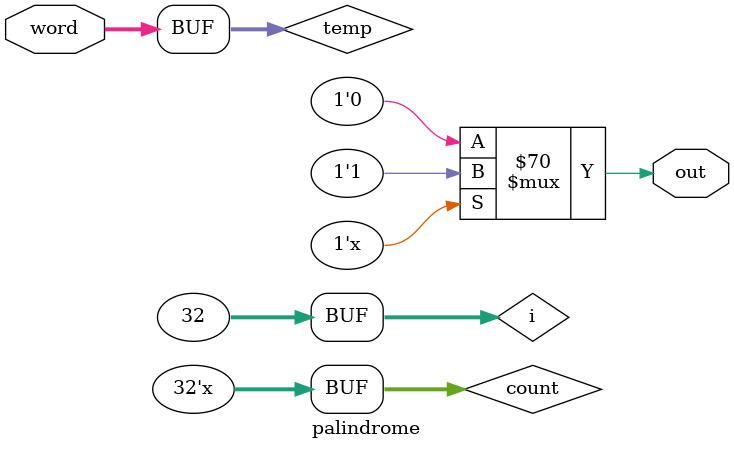
<source format=v>
`timescale 1ns / 1ps


module palindrome(word, out);
integer i;
input [31:0]word;
reg [31:0]temp;
integer count = 0;
output reg out;

always @(*)
begin
temp = word;
for(i=0;i<32;i=i+1) begin
if (word[i]==temp[31-i])
count = count+1;
end

if (count == 32)
out = 1'b1;
else
out = 1'b0;
end
endmodule

</source>
